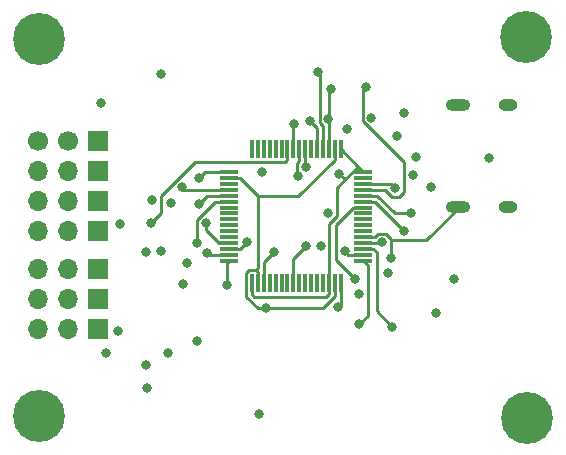
<source format=gbr>
%TF.GenerationSoftware,KiCad,Pcbnew,9.0.6*%
%TF.CreationDate,2026-01-01T00:57:53+05:30*%
%TF.ProjectId,fc,66632e6b-6963-4616-945f-706362585858,rev?*%
%TF.SameCoordinates,Original*%
%TF.FileFunction,Copper,L2,Bot*%
%TF.FilePolarity,Positive*%
%FSLAX46Y46*%
G04 Gerber Fmt 4.6, Leading zero omitted, Abs format (unit mm)*
G04 Created by KiCad (PCBNEW 9.0.6) date 2026-01-01 00:57:53*
%MOMM*%
%LPD*%
G01*
G04 APERTURE LIST*
G04 Aperture macros list*
%AMRoundRect*
0 Rectangle with rounded corners*
0 $1 Rounding radius*
0 $2 $3 $4 $5 $6 $7 $8 $9 X,Y pos of 4 corners*
0 Add a 4 corners polygon primitive as box body*
4,1,4,$2,$3,$4,$5,$6,$7,$8,$9,$2,$3,0*
0 Add four circle primitives for the rounded corners*
1,1,$1+$1,$2,$3*
1,1,$1+$1,$4,$5*
1,1,$1+$1,$6,$7*
1,1,$1+$1,$8,$9*
0 Add four rect primitives between the rounded corners*
20,1,$1+$1,$2,$3,$4,$5,0*
20,1,$1+$1,$4,$5,$6,$7,0*
20,1,$1+$1,$6,$7,$8,$9,0*
20,1,$1+$1,$8,$9,$2,$3,0*%
G04 Aperture macros list end*
%TA.AperFunction,ComponentPad*%
%ADD10C,0.700000*%
%TD*%
%TA.AperFunction,ComponentPad*%
%ADD11C,4.400000*%
%TD*%
%TA.AperFunction,ComponentPad*%
%ADD12C,1.700000*%
%TD*%
%TA.AperFunction,ComponentPad*%
%ADD13O,1.700000X1.700000*%
%TD*%
%TA.AperFunction,ComponentPad*%
%ADD14R,1.700000X1.700000*%
%TD*%
%TA.AperFunction,HeatsinkPad*%
%ADD15O,2.100000X1.000000*%
%TD*%
%TA.AperFunction,HeatsinkPad*%
%ADD16O,1.600000X1.000000*%
%TD*%
%TA.AperFunction,SMDPad,CuDef*%
%ADD17RoundRect,0.075000X0.700000X0.075000X-0.700000X0.075000X-0.700000X-0.075000X0.700000X-0.075000X0*%
%TD*%
%TA.AperFunction,SMDPad,CuDef*%
%ADD18RoundRect,0.075000X0.075000X0.700000X-0.075000X0.700000X-0.075000X-0.700000X0.075000X-0.700000X0*%
%TD*%
%TA.AperFunction,ViaPad*%
%ADD19C,0.800000*%
%TD*%
%TA.AperFunction,Conductor*%
%ADD20C,0.250000*%
%TD*%
G04 APERTURE END LIST*
D10*
%TO.P,H1,1,1*%
%TO.N,GND*%
X126446700Y-83636700D03*
X126929974Y-82469974D03*
X126929974Y-84803426D03*
X128096700Y-81986700D03*
D11*
X128096700Y-83636700D03*
D10*
X128096700Y-85286700D03*
X129263426Y-82469974D03*
X129263426Y-84803426D03*
X129746700Y-83636700D03*
%TD*%
D12*
%TO.P,J2,1,Pin_1*%
%TO.N,Net-(J2-Pin_1)*%
X127940000Y-92280000D03*
D13*
%TO.P,J2,2,Pin_2*%
%TO.N,Net-(J2-Pin_2)*%
X127940000Y-94820000D03*
%TO.P,J2,3,Pin_3*%
%TO.N,Net-(J2-Pin_3)*%
X127940000Y-97360000D03*
%TO.P,J2,4,Pin_4*%
%TO.N,Net-(J2-Pin_4)*%
X127940000Y-99900000D03*
%TO.P,J2,5,Pin_5*%
%TO.N,Net-(J2-Pin_5)*%
X127940000Y-103075000D03*
%TO.P,J2,6,Pin_6*%
%TO.N,Net-(J2-Pin_6)*%
X127940000Y-105615000D03*
%TO.P,J2,7,Pin_7*%
%TO.N,Net-(J2-Pin_7)*%
X127940000Y-108155000D03*
D12*
%TO.P,J2,8,Pin_8*%
%TO.N,VBUS*%
X130480000Y-92280000D03*
D13*
%TO.P,J2,9,Pin_9*%
X130480000Y-94820000D03*
%TO.P,J2,10,Pin_10*%
X130480000Y-97360000D03*
%TO.P,J2,11,Pin_11*%
X130480000Y-99900000D03*
%TO.P,J2,12,Pin_12*%
X130480000Y-103075000D03*
%TO.P,J2,13,Pin_13*%
X130480000Y-105615000D03*
%TO.P,J2,14,Pin_14*%
X130480000Y-108155000D03*
D14*
%TO.P,J2,15,Pin_15*%
%TO.N,GND*%
X133020000Y-92280000D03*
%TO.P,J2,16,Pin_16*%
X133020000Y-94820000D03*
%TO.P,J2,17,Pin_17*%
X133020000Y-97360000D03*
%TO.P,J2,18,Pin_18*%
X133020000Y-99900000D03*
%TO.P,J2,19,Pin_19*%
X133020000Y-103075000D03*
%TO.P,J2,20,Pin_20*%
X133020000Y-105615000D03*
%TO.P,J2,21,Pin_21*%
X133020000Y-108155000D03*
%TD*%
D15*
%TO.P,J1,S1,SHIELD*%
%TO.N,GND*%
X163570000Y-97860000D03*
D16*
X167750000Y-97860000D03*
D15*
X163570000Y-89220000D03*
D16*
X167750000Y-89220000D03*
%TD*%
D10*
%TO.P,H2,1,1*%
%TO.N,GND*%
X167606700Y-83396700D03*
X168089974Y-82229974D03*
X168089974Y-84563426D03*
X169256700Y-81746700D03*
D11*
X169256700Y-83396700D03*
D10*
X169256700Y-85046700D03*
X170423426Y-82229974D03*
X170423426Y-84563426D03*
X170906700Y-83396700D03*
%TD*%
%TO.P,H3,1,1*%
%TO.N,GND*%
X167710000Y-115710000D03*
X168193274Y-114543274D03*
X168193274Y-116876726D03*
X169360000Y-114060000D03*
D11*
X169360000Y-115710000D03*
D10*
X169360000Y-117360000D03*
X170526726Y-114543274D03*
X170526726Y-116876726D03*
X171010000Y-115710000D03*
%TD*%
%TO.P,H4,1,1*%
%TO.N,GND*%
X126446700Y-115503300D03*
X126929974Y-114336574D03*
X126929974Y-116670026D03*
X128096700Y-113853300D03*
D11*
X128096700Y-115503300D03*
D10*
X128096700Y-117153300D03*
X129263426Y-114336574D03*
X129263426Y-116670026D03*
X129746700Y-115503300D03*
%TD*%
D17*
%TO.P,U6,1,VBAT*%
%TO.N,+3V3*%
X155515000Y-94880000D03*
%TO.P,U6,2,PC13*%
%TO.N,unconnected-(U6-PC13-Pad2)*%
X155515000Y-95380000D03*
%TO.P,U6,3,PC14*%
%TO.N,/LED_GR*%
X155515000Y-95880000D03*
%TO.P,U6,4,PC15*%
%TO.N,/LED_RD*%
X155515000Y-96380000D03*
%TO.P,U6,5,PH0*%
%TO.N,Net-(U6-PH0)*%
X155515000Y-96880000D03*
%TO.P,U6,6,PH1*%
%TO.N,Net-(U6-PH1)*%
X155515000Y-97380000D03*
%TO.P,U6,7,NRST*%
%TO.N,Net-(U6-NRST)*%
X155515000Y-97880000D03*
%TO.P,U6,8,PC0*%
%TO.N,/VBAT_ADC*%
X155515000Y-98380000D03*
%TO.P,U6,9,PC1*%
%TO.N,/Vx_ADC*%
X155515000Y-98880000D03*
%TO.P,U6,10,PC2*%
%TO.N,/5V_ADC*%
X155515000Y-99380000D03*
%TO.P,U6,11,PC3*%
%TO.N,/Vx_Curr*%
X155515000Y-99880000D03*
%TO.P,U6,12,VSSA*%
%TO.N,GND*%
X155515000Y-100380000D03*
%TO.P,U6,13,VDDA*%
%TO.N,+3V3*%
X155515000Y-100880000D03*
%TO.P,U6,14,PA0*%
%TO.N,/UART4_TX*%
X155515000Y-101380000D03*
%TO.P,U6,15,PA1*%
%TO.N,/UART4_RX*%
X155515000Y-101880000D03*
%TO.P,U6,16,PA2*%
%TO.N,/RPM*%
X155515000Y-102380000D03*
D18*
%TO.P,U6,17,PA3*%
%TO.N,/SBUS*%
X153590000Y-104305000D03*
%TO.P,U6,18,VSS*%
%TO.N,GND*%
X153090000Y-104305000D03*
%TO.P,U6,19,VDD*%
%TO.N,+3V3*%
X152590000Y-104305000D03*
%TO.P,U6,20,PA4*%
%TO.N,/BMI_NSS*%
X152090000Y-104305000D03*
%TO.P,U6,21,PA5*%
%TO.N,/BMI_SCK*%
X151590000Y-104305000D03*
%TO.P,U6,22,PA6*%
%TO.N,/BMI_MISO*%
X151090000Y-104305000D03*
%TO.P,U6,23,PA7*%
%TO.N,/BMI_MOSI*%
X150590000Y-104305000D03*
%TO.P,U6,24,PC4*%
%TO.N,/ESC_Curr*%
X150090000Y-104305000D03*
%TO.P,U6,25,PB0*%
%TO.N,/S3*%
X149590000Y-104305000D03*
%TO.P,U6,26,PB1*%
%TO.N,unconnected-(U6-PB1-Pad26)*%
X149090000Y-104305000D03*
%TO.P,U6,27,PB2*%
%TO.N,unconnected-(U6-PB2-Pad27)*%
X148590000Y-104305000D03*
%TO.P,U6,28,PB10*%
%TO.N,/UART3_TX*%
X148090000Y-104305000D03*
%TO.P,U6,29,PB11*%
%TO.N,/UART3_RX*%
X147590000Y-104305000D03*
%TO.P,U6,30,VCAP_1*%
%TO.N,Net-(U6-VCAP_1)*%
X147090000Y-104305000D03*
%TO.P,U6,31,VSS*%
%TO.N,GND*%
X146590000Y-104305000D03*
%TO.P,U6,32,VDD*%
%TO.N,+3V3*%
X146090000Y-104305000D03*
D17*
%TO.P,U6,33,PB12*%
%TO.N,/FLASH_NSS*%
X144165000Y-102380000D03*
%TO.P,U6,34,PB13*%
%TO.N,/FLASH_SCK*%
X144165000Y-101880000D03*
%TO.P,U6,35,PB14*%
%TO.N,/FLASH_MISO*%
X144165000Y-101380000D03*
%TO.P,U6,36,PB15*%
%TO.N,/FLASH_MOSI*%
X144165000Y-100880000D03*
%TO.P,U6,37,PC6*%
%TO.N,/UART6_TX*%
X144165000Y-100380000D03*
%TO.P,U6,38,PC7*%
%TO.N,/UART6_RX*%
X144165000Y-99880000D03*
%TO.P,U6,39,PC8*%
%TO.N,unconnected-(U6-PC8-Pad39)*%
X144165000Y-99380000D03*
%TO.P,U6,40,PC9*%
%TO.N,unconnected-(U6-PC9-Pad40)*%
X144165000Y-98880000D03*
%TO.P,U6,41,PA8*%
%TO.N,/LEDOUT*%
X144165000Y-98380000D03*
%TO.P,U6,42,PA9*%
%TO.N,unconnected-(U6-PA9-Pad42)*%
X144165000Y-97880000D03*
%TO.P,U6,43,PA10*%
%TO.N,/DSM*%
X144165000Y-97380000D03*
%TO.P,U6,44,PA11*%
%TO.N,/MCU_D-*%
X144165000Y-96880000D03*
%TO.P,U6,45,PA12*%
%TO.N,/MCU_D+*%
X144165000Y-96380000D03*
%TO.P,U6,46,PA13*%
%TO.N,/SWDIO*%
X144165000Y-95880000D03*
%TO.P,U6,47,VSS*%
%TO.N,GND*%
X144165000Y-95380000D03*
%TO.P,U6,48,VDD*%
%TO.N,+3V3*%
X144165000Y-94880000D03*
D18*
%TO.P,U6,49,PA14*%
%TO.N,/SWCLK*%
X146090000Y-92955000D03*
%TO.P,U6,50,PA15*%
%TO.N,/BMI_INT*%
X146590000Y-92955000D03*
%TO.P,U6,51,PC10*%
%TO.N,unconnected-(U6-PC10-Pad51)*%
X147090000Y-92955000D03*
%TO.P,U6,52,PC11*%
%TO.N,unconnected-(U6-PC11-Pad52)*%
X147590000Y-92955000D03*
%TO.P,U6,53,PC12*%
%TO.N,unconnected-(U6-PC12-Pad53)*%
X148090000Y-92955000D03*
%TO.P,U6,54,PD2*%
%TO.N,unconnected-(U6-PD2-Pad54)*%
X148590000Y-92955000D03*
%TO.P,U6,55,PB3*%
%TO.N,/TAIL*%
X149090000Y-92955000D03*
%TO.P,U6,56,PB4*%
%TO.N,/S1*%
X149590000Y-92955000D03*
%TO.P,U6,57,PB5*%
%TO.N,/S2*%
X150090000Y-92955000D03*
%TO.P,U6,58,PB6*%
%TO.N,/ESC*%
X150590000Y-92955000D03*
%TO.P,U6,59,PB7*%
%TO.N,unconnected-(U6-PB7-Pad59)*%
X151090000Y-92955000D03*
%TO.P,U6,60,BOOT0*%
%TO.N,Net-(U6-BOOT0)*%
X151590000Y-92955000D03*
%TO.P,U6,61,PB8*%
%TO.N,/BARO_SCL*%
X152090000Y-92955000D03*
%TO.P,U6,62,PB9*%
%TO.N,/BARO_SDA*%
X152590000Y-92955000D03*
%TO.P,U6,63,VSS*%
%TO.N,GND*%
X153090000Y-92955000D03*
%TO.P,U6,64,VDD*%
%TO.N,+3V3*%
X153590000Y-92955000D03*
%TD*%
D19*
%TO.N,GND*%
X157828700Y-102158100D03*
X147257000Y-106402100D03*
X137139400Y-101657800D03*
%TO.N,/S2*%
X137639300Y-97203000D03*
X149972600Y-95176200D03*
%TO.N,/S3*%
X140562700Y-102546900D03*
X150675000Y-101144900D03*
%TO.N,+3V3*%
X138424400Y-86611400D03*
X157099700Y-100812700D03*
X141620800Y-95385900D03*
X146671900Y-115360300D03*
X153472900Y-95020400D03*
%TO.N,VBUS*%
X137210000Y-113186500D03*
%TO.N,Net-(D1-A)*%
X161235200Y-96173500D03*
X158963100Y-89831500D03*
X161639600Y-106773000D03*
%TO.N,/S1*%
X134942800Y-99263100D03*
X133347600Y-89067700D03*
X149614500Y-90825100D03*
%TO.N,/USB_D-*%
X158389900Y-91801100D03*
X166132200Y-93718500D03*
%TO.N,/TAIL*%
X140233600Y-104317800D03*
X137574800Y-99150400D03*
%TO.N,/ESC*%
X150654500Y-94436900D03*
X141400900Y-109170300D03*
%TO.N,/RPM*%
X155182700Y-107750000D03*
X137101200Y-111181100D03*
X138943800Y-110190900D03*
%TO.N,/SBUS*%
X153387500Y-106325400D03*
X134744400Y-108340400D03*
%TO.N,Net-(U6-PH0)*%
X159561200Y-98346900D03*
%TO.N,Net-(U6-PH1)*%
X158991200Y-99887500D03*
%TO.N,Net-(U6-VCAP_1)*%
X147929200Y-101618200D03*
%TO.N,Net-(J2-Pin_3)*%
X139248100Y-97529100D03*
%TO.N,Net-(J2-Pin_4)*%
X138365200Y-101526100D03*
%TO.N,/MCU_D-*%
X141613800Y-97576100D03*
X160001000Y-93580000D03*
%TO.N,/MCU_D+*%
X159717300Y-95157100D03*
X140147400Y-96174200D03*
%TO.N,Net-(J2-Pin_7)*%
X133758200Y-110151100D03*
%TO.N,Net-(J3-Pin_2)*%
X157602100Y-103426500D03*
X163209400Y-103954600D03*
%TO.N,Net-(U6-BOOT0)*%
X151008400Y-90524400D03*
%TO.N,/BARO_SCL*%
X154167100Y-91217500D03*
X151716000Y-86390000D03*
%TO.N,/BARO_SDA*%
X152538300Y-90381600D03*
X152816300Y-87826600D03*
%TO.N,Net-(U6-NRST)*%
X154793800Y-103954300D03*
X156202900Y-90268300D03*
%TO.N,/UART4_TX*%
X157965400Y-107967900D03*
%TO.N,/UART4_RX*%
X153922500Y-101543200D03*
%TO.N,/DSM*%
X141427900Y-100852000D03*
%TO.N,/LED_RD*%
X155767100Y-87702100D03*
%TO.N,/LED_GR*%
X158229100Y-96245300D03*
X155140000Y-105208300D03*
%TO.N,/FLASH_NSS*%
X146937700Y-94887900D03*
X143993200Y-104414000D03*
%TO.N,/FLASH_MISO*%
X145696700Y-100796200D03*
%TO.N,/FLASH_MOSI*%
X151901200Y-101144900D03*
X142153800Y-99190100D03*
%TO.N,/FLASH_SCK*%
X152541500Y-98300700D03*
X142294400Y-101749100D03*
%TD*%
D20*
%TO.N,GND*%
X146590000Y-103391300D02*
X146590000Y-104305000D01*
X153090000Y-105375500D02*
X152063400Y-106402100D01*
X156504800Y-100380000D02*
X155515000Y-100380000D01*
X145613000Y-103431200D02*
X145613000Y-105448100D01*
X157828700Y-100664000D02*
X157828700Y-100514000D01*
X146596000Y-96904400D02*
X145071600Y-95380000D01*
X153090000Y-104305000D02*
X153090000Y-105375500D01*
X153090000Y-92955000D02*
X153090000Y-93836700D01*
X146596000Y-102982700D02*
X146388700Y-103190000D01*
X152063400Y-106402100D02*
X147257000Y-106402100D01*
X146388700Y-103190000D02*
X145854200Y-103190000D01*
X156798800Y-100086000D02*
X156504800Y-100380000D01*
X157400700Y-100086000D02*
X156798800Y-100086000D01*
X145613000Y-105448100D02*
X146567000Y-106402100D01*
X145854200Y-103190000D02*
X145613000Y-103431200D01*
X146596000Y-96904400D02*
X146596000Y-102982700D01*
X160836000Y-100664000D02*
X157828700Y-100664000D01*
X146388700Y-103190000D02*
X146590000Y-103391300D01*
X157828700Y-100514000D02*
X157400700Y-100086000D01*
X145071600Y-95380000D02*
X144165000Y-95380000D01*
X146567000Y-106402100D02*
X147257000Y-106402100D01*
X150022300Y-96904400D02*
X146596000Y-96904400D01*
X153090000Y-93836700D02*
X150022300Y-96904400D01*
X157828700Y-102158100D02*
X157828700Y-100664000D01*
X163660000Y-97840000D02*
X160836000Y-100664000D01*
%TO.N,/S2*%
X149927800Y-94136000D02*
X149927800Y-95131400D01*
X149972600Y-95176200D02*
X149972600Y-95177800D01*
X149927800Y-95131400D02*
X149972600Y-95176200D01*
X149972600Y-95177800D02*
X149972600Y-95176200D01*
X150090000Y-93973800D02*
X149927800Y-94136000D01*
X150090000Y-92955000D02*
X150090000Y-93973800D01*
%TO.N,/S3*%
X150675000Y-101144900D02*
X149590000Y-102229900D01*
X149590000Y-102229900D02*
X149590000Y-104305000D01*
%TO.N,+3V3*%
X152842500Y-99027400D02*
X153268600Y-98601300D01*
X146295200Y-105435300D02*
X146090000Y-105230100D01*
X152590000Y-104305000D02*
X152590000Y-101483800D01*
X152590000Y-104305000D02*
X152590000Y-105223600D01*
X142126700Y-94880000D02*
X144165000Y-94880000D01*
X155045700Y-94410600D02*
X155515000Y-94880000D01*
X153954400Y-95501900D02*
X155045700Y-94410600D01*
X153268600Y-96187700D02*
X153954400Y-95501900D01*
X152627900Y-101445900D02*
X152627900Y-99238700D01*
X153268600Y-98601300D02*
X153268600Y-96187700D01*
X141620800Y-95385900D02*
X142126700Y-94880000D01*
X157032400Y-100880000D02*
X155515000Y-100880000D01*
X153590000Y-92955000D02*
X155045700Y-94410600D01*
X152627900Y-99238700D02*
X152839200Y-99027400D01*
X157099700Y-100812700D02*
X157032400Y-100880000D01*
X152839200Y-99027400D02*
X152842500Y-99027400D01*
X146090000Y-105230100D02*
X146090000Y-104305000D01*
X152590000Y-101483800D02*
X152627900Y-101445900D01*
X153954400Y-95501900D02*
X153472900Y-95020400D01*
X152590000Y-105223600D02*
X152378300Y-105435300D01*
X152378300Y-105435300D02*
X146295200Y-105435300D01*
%TO.N,/S1*%
X149590000Y-92955000D02*
X149590000Y-90849600D01*
X149590000Y-90849600D02*
X149614500Y-90825100D01*
%TO.N,/TAIL*%
X138366000Y-98359200D02*
X137574800Y-99150400D01*
X141233400Y-94060600D02*
X138366000Y-96928000D01*
X148870900Y-94060600D02*
X141233400Y-94060600D01*
X149090000Y-92955000D02*
X149090000Y-93841500D01*
X138366000Y-96928000D02*
X138366000Y-98359200D01*
X149090000Y-93841500D02*
X148870900Y-94060600D01*
%TO.N,/ESC*%
X150590000Y-94372400D02*
X150590000Y-92955000D01*
X150654500Y-94436900D02*
X150590000Y-94372400D01*
%TO.N,/RPM*%
X155888400Y-102753400D02*
X155888400Y-107044300D01*
X155888400Y-107044300D02*
X155182700Y-107750000D01*
X155515000Y-102380000D02*
X155888400Y-102753400D01*
%TO.N,/SBUS*%
X153387500Y-106325400D02*
X153590000Y-106122900D01*
X153590000Y-106122900D02*
X153590000Y-104305000D01*
%TO.N,Net-(U6-PH0)*%
X158175900Y-98346900D02*
X159561200Y-98346900D01*
X155515000Y-96880000D02*
X156709000Y-96880000D01*
X156709000Y-96880000D02*
X158175900Y-98346900D01*
%TO.N,Net-(U6-PH1)*%
X156483700Y-97380000D02*
X158991200Y-99887500D01*
X155515000Y-97380000D02*
X156483700Y-97380000D01*
%TO.N,Net-(U6-VCAP_1)*%
X147090000Y-104305000D02*
X147090000Y-102457400D01*
X147090000Y-102457400D02*
X147929200Y-101618200D01*
%TO.N,/MCU_D-*%
X141759900Y-97430000D02*
X141613800Y-97576100D01*
X142309900Y-96880000D02*
X144165000Y-96880000D01*
X141613800Y-97576100D02*
X142309900Y-96880000D01*
X141613800Y-97576100D02*
X141759900Y-97430000D01*
%TO.N,/MCU_D+*%
X140353200Y-96380000D02*
X144165000Y-96380000D01*
X140147400Y-96174200D02*
X140353200Y-96380000D01*
%TO.N,Net-(U6-BOOT0)*%
X151590000Y-91106000D02*
X151590000Y-92955000D01*
X151009200Y-90525200D02*
X151590000Y-91106000D01*
X151009200Y-90525200D02*
X151008400Y-90524400D01*
%TO.N,/BARO_SCL*%
X152089600Y-90960500D02*
X152089600Y-92954600D01*
X152089600Y-92954600D02*
X152090000Y-92955000D01*
X151806800Y-86480800D02*
X151806800Y-90677700D01*
X151806800Y-90677700D02*
X152089600Y-90960500D01*
X151716000Y-86390000D02*
X151806800Y-86480800D01*
%TO.N,/BARO_SDA*%
X152590000Y-88052900D02*
X152590000Y-90381600D01*
X152816300Y-87826600D02*
X152590000Y-88052900D01*
X152590000Y-90381600D02*
X152590000Y-92955000D01*
X152538300Y-90381600D02*
X152590000Y-90381600D01*
%TO.N,Net-(U6-NRST)*%
X153171200Y-99337500D02*
X154628700Y-97880000D01*
X153171200Y-102331700D02*
X153171200Y-99337500D01*
X154793800Y-103954300D02*
X153171200Y-102331700D01*
X154628700Y-97880000D02*
X155515000Y-97880000D01*
%TO.N,/UART4_TX*%
X156365800Y-101380000D02*
X155515000Y-101380000D01*
X156662400Y-106664900D02*
X156662400Y-101676600D01*
X157965400Y-107967900D02*
X156662400Y-106664900D01*
X156662400Y-101676600D02*
X156365800Y-101380000D01*
%TO.N,/UART4_RX*%
X154259300Y-101880000D02*
X155515000Y-101880000D01*
X153922500Y-101543200D02*
X154259300Y-101880000D01*
%TO.N,/DSM*%
X141427900Y-100852000D02*
X141426200Y-100850300D01*
X141426200Y-98890100D02*
X142936300Y-97380000D01*
X141426200Y-100850300D02*
X141426200Y-98890100D01*
X142936300Y-97380000D02*
X144165000Y-97380000D01*
%TO.N,/LED_RD*%
X158956500Y-96582700D02*
X158956500Y-94049500D01*
X157334600Y-96380000D02*
X157928200Y-96973600D01*
X158956500Y-94049500D02*
X155476200Y-90569200D01*
X155515000Y-96380000D02*
X157334600Y-96380000D01*
X155476200Y-90569200D02*
X155476200Y-87993000D01*
X157928200Y-96973600D02*
X158565600Y-96973600D01*
X158565600Y-96973600D02*
X158956500Y-96582700D01*
X155476200Y-87993000D02*
X155767100Y-87702100D01*
%TO.N,/LED_GR*%
X158229100Y-96245300D02*
X158229100Y-96246900D01*
X158229100Y-96246900D02*
X158229100Y-96245300D01*
X155515000Y-95880000D02*
X157863800Y-95880000D01*
X157863800Y-95880000D02*
X158229100Y-96245300D01*
%TO.N,/FLASH_NSS*%
X143993200Y-102551800D02*
X144165000Y-102380000D01*
X143993200Y-103308300D02*
X143993200Y-104414000D01*
X143993200Y-104414000D02*
X143993200Y-102551800D01*
X143993200Y-104414000D02*
X143993200Y-103308300D01*
%TO.N,/FLASH_MISO*%
X145112900Y-101380000D02*
X144165000Y-101380000D01*
X145696700Y-100796200D02*
X145112900Y-101380000D01*
%TO.N,/FLASH_MOSI*%
X143259300Y-100880000D02*
X142153800Y-99774500D01*
X144165000Y-100880000D02*
X143259300Y-100880000D01*
X142153800Y-99774500D02*
X142153800Y-99190100D01*
%TO.N,/FLASH_SCK*%
X142425300Y-101880000D02*
X142294400Y-101749100D01*
X144165000Y-101880000D02*
X142425300Y-101880000D01*
%TD*%
M02*

</source>
